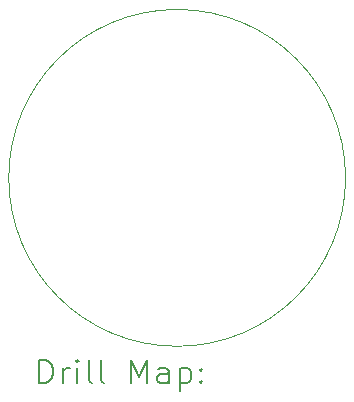
<source format=gbr>
%TF.GenerationSoftware,KiCad,Pcbnew,9.0.6-9.0.6~ubuntu24.04.1*%
%TF.CreationDate,2025-12-19T06:18:36+07:00*%
%TF.ProjectId,lamp,6c616d70-2e6b-4696-9361-645f70636258,rev?*%
%TF.SameCoordinates,Original*%
%TF.FileFunction,Drillmap*%
%TF.FilePolarity,Positive*%
%FSLAX45Y45*%
G04 Gerber Fmt 4.5, Leading zero omitted, Abs format (unit mm)*
G04 Created by KiCad (PCBNEW 9.0.6-9.0.6~ubuntu24.04.1) date 2025-12-19 06:18:36*
%MOMM*%
%LPD*%
G01*
G04 APERTURE LIST*
%ADD10C,0.050000*%
%ADD11C,0.200000*%
G04 APERTURE END LIST*
D10*
X14100000Y-10700000D02*
G75*
G02*
X11248282Y-10700000I-1425859J0D01*
G01*
X11248282Y-10700000D02*
G75*
G02*
X14100000Y-10700000I1425859J0D01*
G01*
D11*
X11506559Y-12439843D02*
X11506559Y-12239843D01*
X11506559Y-12239843D02*
X11554178Y-12239843D01*
X11554178Y-12239843D02*
X11582750Y-12249366D01*
X11582750Y-12249366D02*
X11601797Y-12268414D01*
X11601797Y-12268414D02*
X11611321Y-12287462D01*
X11611321Y-12287462D02*
X11620845Y-12325557D01*
X11620845Y-12325557D02*
X11620845Y-12354128D01*
X11620845Y-12354128D02*
X11611321Y-12392223D01*
X11611321Y-12392223D02*
X11601797Y-12411271D01*
X11601797Y-12411271D02*
X11582750Y-12430319D01*
X11582750Y-12430319D02*
X11554178Y-12439843D01*
X11554178Y-12439843D02*
X11506559Y-12439843D01*
X11706559Y-12439843D02*
X11706559Y-12306509D01*
X11706559Y-12344604D02*
X11716083Y-12325557D01*
X11716083Y-12325557D02*
X11725607Y-12316033D01*
X11725607Y-12316033D02*
X11744654Y-12306509D01*
X11744654Y-12306509D02*
X11763702Y-12306509D01*
X11830369Y-12439843D02*
X11830369Y-12306509D01*
X11830369Y-12239843D02*
X11820845Y-12249366D01*
X11820845Y-12249366D02*
X11830369Y-12258890D01*
X11830369Y-12258890D02*
X11839892Y-12249366D01*
X11839892Y-12249366D02*
X11830369Y-12239843D01*
X11830369Y-12239843D02*
X11830369Y-12258890D01*
X11954178Y-12439843D02*
X11935131Y-12430319D01*
X11935131Y-12430319D02*
X11925607Y-12411271D01*
X11925607Y-12411271D02*
X11925607Y-12239843D01*
X12058940Y-12439843D02*
X12039892Y-12430319D01*
X12039892Y-12430319D02*
X12030369Y-12411271D01*
X12030369Y-12411271D02*
X12030369Y-12239843D01*
X12287512Y-12439843D02*
X12287512Y-12239843D01*
X12287512Y-12239843D02*
X12354178Y-12382700D01*
X12354178Y-12382700D02*
X12420845Y-12239843D01*
X12420845Y-12239843D02*
X12420845Y-12439843D01*
X12601797Y-12439843D02*
X12601797Y-12335081D01*
X12601797Y-12335081D02*
X12592273Y-12316033D01*
X12592273Y-12316033D02*
X12573226Y-12306509D01*
X12573226Y-12306509D02*
X12535131Y-12306509D01*
X12535131Y-12306509D02*
X12516083Y-12316033D01*
X12601797Y-12430319D02*
X12582750Y-12439843D01*
X12582750Y-12439843D02*
X12535131Y-12439843D01*
X12535131Y-12439843D02*
X12516083Y-12430319D01*
X12516083Y-12430319D02*
X12506559Y-12411271D01*
X12506559Y-12411271D02*
X12506559Y-12392223D01*
X12506559Y-12392223D02*
X12516083Y-12373176D01*
X12516083Y-12373176D02*
X12535131Y-12363652D01*
X12535131Y-12363652D02*
X12582750Y-12363652D01*
X12582750Y-12363652D02*
X12601797Y-12354128D01*
X12697035Y-12306509D02*
X12697035Y-12506509D01*
X12697035Y-12316033D02*
X12716083Y-12306509D01*
X12716083Y-12306509D02*
X12754178Y-12306509D01*
X12754178Y-12306509D02*
X12773226Y-12316033D01*
X12773226Y-12316033D02*
X12782750Y-12325557D01*
X12782750Y-12325557D02*
X12792273Y-12344604D01*
X12792273Y-12344604D02*
X12792273Y-12401747D01*
X12792273Y-12401747D02*
X12782750Y-12420795D01*
X12782750Y-12420795D02*
X12773226Y-12430319D01*
X12773226Y-12430319D02*
X12754178Y-12439843D01*
X12754178Y-12439843D02*
X12716083Y-12439843D01*
X12716083Y-12439843D02*
X12697035Y-12430319D01*
X12877988Y-12420795D02*
X12887512Y-12430319D01*
X12887512Y-12430319D02*
X12877988Y-12439843D01*
X12877988Y-12439843D02*
X12868464Y-12430319D01*
X12868464Y-12430319D02*
X12877988Y-12420795D01*
X12877988Y-12420795D02*
X12877988Y-12439843D01*
X12877988Y-12316033D02*
X12887512Y-12325557D01*
X12887512Y-12325557D02*
X12877988Y-12335081D01*
X12877988Y-12335081D02*
X12868464Y-12325557D01*
X12868464Y-12325557D02*
X12877988Y-12316033D01*
X12877988Y-12316033D02*
X12877988Y-12335081D01*
M02*

</source>
